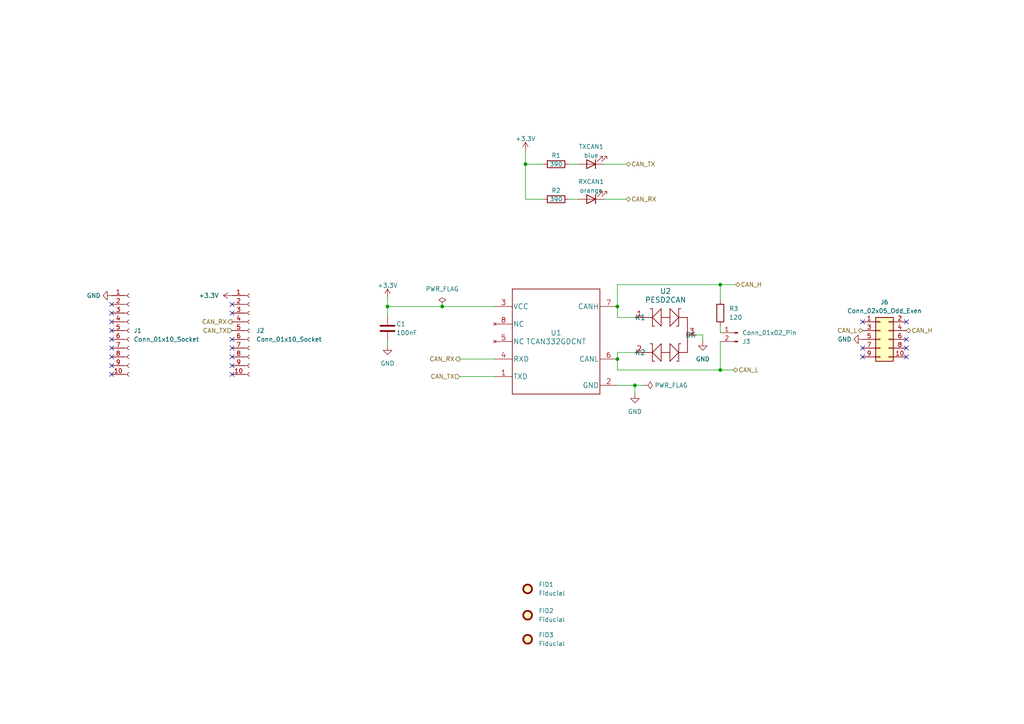
<source format=kicad_sch>
(kicad_sch (version 20230121) (generator eeschema)
  (paper "A4")
  (lib_symbols
    (symbol "Connector:Conn_01x02_Pin" (pin_names (offset 1.016) hide)
      (property "Reference" "J" (at 0 2.54 0))
      (property "Value" "Conn_01x02_Pin" (at 0 -5.08 0))
      (symbol "Conn_01x02_Pin_1_1"
        (polyline (pts (xy 1.27 -2.54) (xy 0.8636 -2.54)) (stroke (width 0.1524)))
        (polyline (pts (xy 1.27 0) (xy 0.8636 0)) (stroke (width 0.1524)))
        (rectangle (start 0.8636 -2.413) (end 0 -2.667) (stroke (width 0.1524)) (fill (type outline)))
        (rectangle (start 0.8636 0.127) (end 0 -0.127) (stroke (width 0.1524)) (fill (type outline)))
        (pin passive line (at 5.08 0 180) (length 3.81) (name "Pin_1") (number "1"))
        (pin passive line (at 5.08 -2.54 180) (length 3.81) (name "Pin_2") (number "2"))
      )
    )
    (symbol "Connector:Conn_01x10_Socket" (pin_names (offset 1.016) hide)
      (property "Reference" "J" (at 0 12.7 0))
      (property "Value" "Conn_01x10_Socket" (at 0 -15.24 0))
      (symbol "Conn_01x10_Socket_1_1"
        (arc (start 0 -12.192) (mid -0.5058 -12.7) (end 0 -13.208) (stroke (width 0.1524)))
        (arc (start 0 -9.652) (mid -0.5058 -10.16) (end 0 -10.668) (stroke (width 0.1524)))
        (arc (start 0 -7.112) (mid -0.5058 -7.62) (end 0 -8.128) (stroke (width 0.1524)))
        (arc (start 0 -4.572) (mid -0.5058 -5.08) (end 0 -5.588) (stroke (width 0.1524)))
        (arc (start 0 -2.032) (mid -0.5058 -2.54) (end 0 -3.048) (stroke (width 0.1524)))
        (polyline (pts (xy -1.27 -12.7) (xy -0.508 -12.7)) (stroke (width 0.1524)))
        (polyline (pts (xy -1.27 -10.16) (xy -0.508 -10.16)) (stroke (width 0.1524)))
        (polyline (pts (xy -1.27 -7.62) (xy -0.508 -7.62)) (stroke (width 0.1524)))
        (polyline (pts (xy -1.27 -5.08) (xy -0.508 -5.08)) (stroke (width 0.1524)))
        (polyline (pts (xy -1.27 -2.54) (xy -0.508 -2.54)) (stroke (width 0.1524)))
        (polyline (pts (xy -1.27 0) (xy -0.508 0)) (stroke (width 0.1524)))
        (polyline (pts (xy -1.27 2.54) (xy -0.508 2.54)) (stroke (width 0.1524)))
        (polyline (pts (xy -1.27 5.08) (xy -0.508 5.08)) (stroke (width 0.1524)))
        (polyline (pts (xy -1.27 7.62) (xy -0.508 7.62)) (stroke (width 0.1524)))
        (polyline (pts (xy -1.27 10.16) (xy -0.508 10.16)) (stroke (width 0.1524)))
        (arc (start 0 0.508) (mid -0.5058 0) (end 0 -0.508) (stroke (width 0.1524)))
        (arc (start 0 3.048) (mid -0.5058 2.54) (end 0 2.032) (stroke (width 0.1524)))
        (arc (start 0 5.588) (mid -0.5058 5.08) (end 0 4.572) (stroke (width 0.1524)))
        (arc (start 0 8.128) (mid -0.5058 7.62) (end 0 7.112) (stroke (width 0.1524)))
        (arc (start 0 10.668) (mid -0.5058 10.16) (end 0 9.652) (stroke (width 0.1524)))
        (pin passive line (at -5.08 10.16 0) (length 3.81) (name "Pin_1") (number "1"))
        (pin passive line (at -5.08 -12.7 0) (length 3.81) (name "Pin_10") (number "10"))
        (pin passive line (at -5.08 7.62 0) (length 3.81) (name "Pin_2") (number "2"))
        (pin passive line (at -5.08 5.08 0) (length 3.81) (name "Pin_3") (number "3"))
        (pin passive line (at -5.08 2.54 0) (length 3.81) (name "Pin_4") (number "4"))
        (pin passive line (at -5.08 0 0) (length 3.81) (name "Pin_5") (number "5"))
        (pin passive line (at -5.08 -2.54 0) (length 3.81) (name "Pin_6") (number "6"))
        (pin passive line (at -5.08 -5.08 0) (length 3.81) (name "Pin_7") (number "7"))
        (pin passive line (at -5.08 -7.62 0) (length 3.81) (name "Pin_8") (number "8"))
        (pin passive line (at -5.08 -10.16 0) (length 3.81) (name "Pin_9") (number "9"))
      )
    )
    (symbol "Connector_Generic:Conn_02x05_Odd_Even" (pin_names (offset 1.016) hide)
      (property "Reference" "J" (at 1.27 7.62 0))
      (property "Value" "Conn_02x05_Odd_Even" (at 1.27 -7.62 0))
      (symbol "Conn_02x05_Odd_Even_1_1"
        (rectangle (start -1.27 -4.953) (end 0 -5.207) (stroke (width 0.1524)))
        (rectangle (start -1.27 -2.413) (end 0 -2.667) (stroke (width 0.1524)))
        (rectangle (start -1.27 0.127) (end 0 -0.127) (stroke (width 0.1524)))
        (rectangle (start -1.27 2.667) (end 0 2.413) (stroke (width 0.1524)))
        (rectangle (start -1.27 5.207) (end 0 4.953) (stroke (width 0.1524)))
        (rectangle (start -1.27 6.35) (end 3.81 -6.35) (stroke (width 0.254)) (fill (type background)))
        (rectangle (start 3.81 -4.953) (end 2.54 -5.207) (stroke (width 0.1524)))
        (rectangle (start 3.81 -2.413) (end 2.54 -2.667) (stroke (width 0.1524)))
        (rectangle (start 3.81 0.127) (end 2.54 -0.127) (stroke (width 0.1524)))
        (rectangle (start 3.81 2.667) (end 2.54 2.413) (stroke (width 0.1524)))
        (rectangle (start 3.81 5.207) (end 2.54 4.953) (stroke (width 0.1524)))
        (pin passive line (at -5.08 5.08 0) (length 3.81) (name "Pin_1") (number "1"))
        (pin passive line (at 7.62 -5.08 180) (length 3.81) (name "Pin_10") (number "10"))
        (pin passive line (at 7.62 5.08 180) (length 3.81) (name "Pin_2") (number "2"))
        (pin passive line (at -5.08 2.54 0) (length 3.81) (name "Pin_3") (number "3"))
        (pin passive line (at 7.62 2.54 180) (length 3.81) (name "Pin_4") (number "4"))
        (pin passive line (at -5.08 0 0) (length 3.81) (name "Pin_5") (number "5"))
        (pin passive line (at 7.62 0 180) (length 3.81) (name "Pin_6") (number "6"))
        (pin passive line (at -5.08 -2.54 0) (length 3.81) (name "Pin_7") (number "7"))
        (pin passive line (at 7.62 -2.54 180) (length 3.81) (name "Pin_8") (number "8"))
        (pin passive line (at -5.08 -5.08 0) (length 3.81) (name "Pin_9") (number "9"))
      )
    )
    (symbol "Device:C" (pin_numbers hide) (pin_names (offset 0.254))
      (property "Reference" "C" (at 0.635 2.54 0))
      (property "Value" "C" (at 0.635 -2.54 0))
      (symbol "C_0_1"
        (polyline (pts (xy -2.032 -0.762) (xy 2.032 -0.762)) (stroke (width 0.508)))
        (polyline (pts (xy -2.032 0.762) (xy 2.032 0.762)) (stroke (width 0.508)))
      )
      (symbol "C_1_1"
        (pin passive line (at 0 3.81 270) (length 2.794) (name "~") (number "1"))
        (pin passive line (at 0 -3.81 90) (length 2.794) (name "~") (number "2"))
      )
    )
    (symbol "Device:LED" (pin_numbers hide) (pin_names (offset 1.016) hide)
      (property "Reference" "D" (at 0 2.54 0))
      (property "Value" "LED" (at 0 -2.54 0))
      (symbol "LED_0_1"
        (polyline (pts (xy -1.27 -1.27) (xy -1.27 1.27)) (stroke (width 0.254)))
        (polyline (pts (xy -1.27 0) (xy 1.27 0)))
        (polyline (pts (xy 1.27 -1.27) (xy 1.27 1.27) (xy -1.27 0) (xy 1.27 -1.27)) (stroke (width 0.254)))
        (polyline (pts (xy -3.048 -0.762) (xy -4.572 -2.286) (xy -3.81 -2.286) (xy -4.572 -2.286) (xy -4.572 -1.524)))
        (polyline (pts (xy -1.778 -0.762) (xy -3.302 -2.286) (xy -2.54 -2.286) (xy -3.302 -2.286) (xy -3.302 -1.524)))
      )
      (symbol "LED_1_1"
        (pin passive line (at -3.81 0 0) (length 2.54) (name "K") (number "1"))
        (pin passive line (at 3.81 0 180) (length 2.54) (name "A") (number "2"))
      )
    )
    (symbol "Device:R" (pin_numbers hide) (pin_names (offset 0))
      (property "Reference" "R" (at 2.032 0 90))
      (property "Value" "R" (at 0 0 90))
      (symbol "R_0_1"
        (rectangle (start -1.016 -2.54) (end 1.016 2.54) (stroke (width 0.254)))
      )
      (symbol "R_1_1"
        (pin passive line (at 0 3.81 270) (length 1.27) (name "~") (number "1"))
        (pin passive line (at 0 -3.81 90) (length 1.27) (name "~") (number "2"))
      )
    )
    (symbol "IC:TCAN332GDCNT" (pin_names (offset 0.254))
      (property "Reference" "U" (at 0 2.54 0))
      (property "Value" "TCAN332GDCNT" (at 0 0 0))
      (symbol "TCAN332GDCNT_1_1"
        (polyline (pts (xy -12.7 -15.24) (xy 12.7 -15.24)) (stroke (width 0.2032)))
        (polyline (pts (xy -12.7 15.24) (xy -12.7 -15.24)) (stroke (width 0.2032)))
        (polyline (pts (xy 12.7 -15.24) (xy 12.7 15.24)) (stroke (width 0.2032)))
        (polyline (pts (xy 12.7 15.24) (xy -12.7 15.24)) (stroke (width 0.2032)))
        (pin input line (at -17.78 -10.16 0) (length 5.08) (name "TXD") (number "1"))
        (pin power_in line (at 17.78 -12.7 180) (length 5.08) (name "GND") (number "2"))
        (pin power_in line (at -17.78 10.16 0) (length 5.08) (name "VCC") (number "3"))
        (pin output line (at -17.78 -5.08 0) (length 5.08) (name "RXD") (number "4"))
        (pin no_connect line (at -17.78 0 0) (length 5.08) (name "NC") (number "5"))
        (pin bidirectional line (at 17.78 -5.08 180) (length 5.08) (name "CANL") (number "6"))
        (pin bidirectional line (at 17.78 10.16 180) (length 5.08) (name "CANH") (number "7"))
        (pin no_connect line (at -17.78 5.08 0) (length 5.08) (name "NC") (number "8"))
      )
    )
    (symbol "Mechanical:Fiducial"
      (property "Reference" "FID" (at 0 5.08 0))
      (property "Value" "Fiducial" (at 0 3.175 0))
      (symbol "Fiducial_0_1"
        (circle (center 0 0) (radius 1.27) (stroke (width 0.508)) (fill (type background)))
      )
    )
    (symbol "Semiconductor:PESD2CAN" (pin_names (offset -2.54))
      (property "Reference" "U" (at 9.525 -14.605 0))
      (property "Value" "PESD2CAN" (at 7.62 -3.81 0))
      (symbol "PESD2CAN_1_1"
        (polyline (pts (xy 2.54 -10.16) (xy 5.08 -10.16)) (stroke (width 0.2032)))
        (polyline (pts (xy 2.54 0) (xy 5.08 0)) (stroke (width 0.2032)))
        (polyline (pts (xy 5.08 -12.7) (xy 5.715 -12.7)) (stroke (width 0.2032)))
        (polyline (pts (xy 5.08 -7.62) (xy 4.445 -7.62)) (stroke (width 0.2032)))
        (polyline (pts (xy 5.08 -7.62) (xy 5.08 -12.7)) (stroke (width 0.2032)))
        (polyline (pts (xy 5.08 -2.54) (xy 5.715 -2.54)) (stroke (width 0.2032)))
        (polyline (pts (xy 5.08 2.54) (xy 4.445 2.54)) (stroke (width 0.2032)))
        (polyline (pts (xy 5.08 2.54) (xy 5.08 -2.54)) (stroke (width 0.2032)))
        (polyline (pts (xy 7.62 -12.7) (xy 5.08 -10.16)) (stroke (width 0.2032)))
        (polyline (pts (xy 7.62 -7.62) (xy 5.08 -10.16)) (stroke (width 0.2032)))
        (polyline (pts (xy 7.62 -7.62) (xy 7.62 -12.7)) (stroke (width 0.2032)))
        (polyline (pts (xy 7.62 -2.54) (xy 5.08 0)) (stroke (width 0.2032)))
        (polyline (pts (xy 7.62 2.54) (xy 5.08 0)) (stroke (width 0.2032)))
        (polyline (pts (xy 7.62 2.54) (xy 7.62 -2.54)) (stroke (width 0.2032)))
        (polyline (pts (xy 10.16 -12.7) (xy 10.16 -7.62)) (stroke (width 0.2032)))
        (polyline (pts (xy 10.16 -12.7) (xy 12.7 -10.16)) (stroke (width 0.2032)))
        (polyline (pts (xy 10.16 -10.16) (xy 7.62 -10.16)) (stroke (width 0.2032)))
        (polyline (pts (xy 10.16 -7.62) (xy 12.7 -10.16)) (stroke (width 0.2032)))
        (polyline (pts (xy 10.16 -2.54) (xy 10.16 2.54)) (stroke (width 0.2032)))
        (polyline (pts (xy 10.16 -2.54) (xy 12.7 0)) (stroke (width 0.2032)))
        (polyline (pts (xy 10.16 0) (xy 7.62 0)) (stroke (width 0.2032)))
        (polyline (pts (xy 10.16 2.54) (xy 12.7 0)) (stroke (width 0.2032)))
        (polyline (pts (xy 12.7 -12.7) (xy 12.065 -12.7)) (stroke (width 0.2032)))
        (polyline (pts (xy 12.7 -12.7) (xy 12.7 -7.62)) (stroke (width 0.2032)))
        (polyline (pts (xy 12.7 -7.62) (xy 13.335 -7.62)) (stroke (width 0.2032)))
        (polyline (pts (xy 12.7 -2.54) (xy 12.065 -2.54)) (stroke (width 0.2032)))
        (polyline (pts (xy 12.7 -2.54) (xy 12.7 2.54)) (stroke (width 0.2032)))
        (polyline (pts (xy 12.7 2.54) (xy 13.335 2.54)) (stroke (width 0.2032)))
        (polyline (pts (xy 15.24 -10.16) (xy 12.7 -10.16)) (stroke (width 0.2032)))
        (polyline (pts (xy 15.24 -10.16) (xy 15.24 0)) (stroke (width 0.2032)))
        (polyline (pts (xy 15.24 0) (xy 12.7 0)) (stroke (width 0.2032)))
        (pin passive line (at 0 0 0) (length 2.54) (name "K1") (number "1"))
        (pin passive line (at 0 -10.16 0) (length 2.54) (name "K2") (number "2"))
        (pin passive line (at 17.78 -5.08 180) (length 2.54) (name "DK") (number "3"))
      )
    )
    (symbol "power:+3.3V" (power) (pin_names (offset 0))
      (property "Value" "+3.3V" (at 0 3.556 0))
      (symbol "+3.3V_0_1"
        (polyline (pts (xy -0.762 1.27) (xy 0 2.54)))
        (polyline (pts (xy 0 0) (xy 0 2.54)))
        (polyline (pts (xy 0 2.54) (xy 0.762 1.27)))
      )
      (symbol "+3.3V_1_1"
        (pin power_in line (at 0 0 90) (length 0) hide (name "+3.3V") (number "1"))
      )
    )
    (symbol "power:GND" (power) (pin_names (offset 0))
      (property "Value" "GND" (at 0 -3.81 0))
      (symbol "GND_0_1"
        (polyline (pts (xy 0 0) (xy 0 -1.27) (xy 1.27 -1.27) (xy 0 -2.54) (xy -1.27 -1.27) (xy 0 -1.27)))
      )
      (symbol "GND_1_1"
        (pin power_in line (at 0 0 270) (length 0) hide (name "GND") (number "1"))
      )
    )
    (symbol "power:PWR_FLAG" (power) (pin_numbers hide) (pin_names (offset 0) hide)
      (property "Value" "PWR_FLAG" (at 0 3.81 0))
      (symbol "PWR_FLAG_0_0"
        (pin power_out line (at 0 0 90) (length 0) (name "pwr") (number "1"))
      )
      (symbol "PWR_FLAG_0_1"
        (polyline (pts (xy 0 0) (xy 0 1.27) (xy -1.016 1.905) (xy 0 2.54) (xy 1.016 1.905) (xy 0 1.27)))
      )
    )
  )
  (junction (at 184.15 111.76))
  (junction (at 152.4 47.625))
  (junction (at 208.915 82.55))
  (junction (at 112.395 88.9))
  (junction (at 208.915 107.315))
  (junction (at 179.07 88.9))
  (junction (at 128.27 88.9))
  (junction (at 179.07 104.14))
  (no_connect (at 250.19 100.965))
  (no_connect (at 67.31 88.265))
  (no_connect (at 262.89 98.425))
  (no_connect (at 262.89 100.965))
  (no_connect (at 67.31 100.965))
  (no_connect (at 32.385 88.265))
  (no_connect (at 32.385 90.805))
  (no_connect (at 250.19 93.345))
  (no_connect (at 32.385 98.425))
  (no_connect (at 67.31 108.585))
  (no_connect (at 32.385 108.585))
  (no_connect (at 32.385 100.965))
  (no_connect (at 67.31 98.425))
  (no_connect (at 250.19 103.505))
  (no_connect (at 67.31 106.045))
  (no_connect (at 32.385 93.345))
  (no_connect (at 32.385 103.505))
  (no_connect (at 262.89 93.345))
  (no_connect (at 67.31 103.505))
  (no_connect (at 32.385 106.045))
  (no_connect (at 67.31 90.805))
  (no_connect (at 262.89 103.505))
  (no_connect (at 32.385 95.885))
  (wire (pts (xy 186.69 111.76) (xy 184.15 111.76)))
  (wire (pts (xy 175.26 57.785) (xy 181.61 57.785)))
  (wire (pts (xy 112.395 86.36) (xy 112.395 88.9)))
  (wire (pts (xy 203.835 97.155) (xy 203.835 99.06)))
  (wire (pts (xy 165.1 57.785) (xy 167.64 57.785)))
  (wire (pts (xy 208.915 94.615) (xy 208.915 96.52)))
  (wire (pts (xy 179.07 82.55) (xy 179.07 88.9)))
  (wire (pts (xy 179.07 102.235) (xy 179.07 104.14)))
  (wire (pts (xy 179.07 92.075) (xy 179.07 88.9)))
  (wire (pts (xy 208.915 99.06) (xy 208.915 107.315)))
  (wire (pts (xy 208.915 107.315) (xy 212.725 107.315)))
  (wire (pts (xy 179.07 107.315) (xy 179.07 104.14)))
  (wire (pts (xy 133.35 104.14) (xy 143.51 104.14)))
  (wire (pts (xy 184.15 111.76) (xy 184.15 114.3)))
  (wire (pts (xy 152.4 47.625) (xy 157.48 47.625)))
  (wire (pts (xy 179.07 82.55) (xy 208.915 82.55)))
  (wire (pts (xy 112.395 88.9) (xy 128.27 88.9)))
  (wire (pts (xy 157.48 57.785) (xy 152.4 57.785)))
  (wire (pts (xy 152.4 57.785) (xy 152.4 47.625)))
  (wire (pts (xy 208.915 82.55) (xy 208.915 86.995)))
  (wire (pts (xy 208.915 82.55) (xy 213.36 82.55)))
  (wire (pts (xy 175.26 47.625) (xy 181.61 47.625)))
  (wire (pts (xy 179.07 107.315) (xy 208.915 107.315)))
  (wire (pts (xy 165.1 47.625) (xy 167.64 47.625)))
  (wire (pts (xy 184.15 102.235) (xy 179.07 102.235)))
  (wire (pts (xy 112.395 88.9) (xy 112.395 91.44)))
  (wire (pts (xy 179.07 111.76) (xy 184.15 111.76)))
  (wire (pts (xy 152.4 43.815) (xy 152.4 47.625)))
  (wire (pts (xy 112.395 99.06) (xy 112.395 100.33)))
  (wire (pts (xy 201.93 97.155) (xy 203.835 97.155)))
  (wire (pts (xy 133.35 109.22) (xy 143.51 109.22)))
  (wire (pts (xy 184.15 92.075) (xy 179.07 92.075)))
  (wire (pts (xy 128.27 88.9) (xy 143.51 88.9)))
  (hierarchical_label "CAN_RX" (shape output) (at 67.31 93.345 180))
  (hierarchical_label "CAN_TX" (shape bidirectional) (at 181.61 47.625 0))
  (hierarchical_label "CAN_RX" (shape bidirectional) (at 181.61 57.785 0))
  (hierarchical_label "CAN_TX" (shape input) (at 133.35 109.22 180))
  (hierarchical_label "CAN_TX" (shape input) (at 67.31 95.885 180))
  (hierarchical_label "CAN_H" (shape bidirectional) (at 213.36 82.55 0))
  (hierarchical_label "CAN_L" (shape bidirectional) (at 212.725 107.315 0))
  (hierarchical_label "CAN_RX" (shape output) (at 133.35 104.14 180))
  (hierarchical_label "CAN_H" (shape bidirectional) (at 262.89 95.885 0))
  (hierarchical_label "CAN_L" (shape bidirectional) (at 250.19 95.885 180))
  (symbol (lib_id "power:+3.3V") (at 152.4 43.815 0) (unit 1)
    (property "Reference" "#PWR04" (effects hide))
    (property "Value" "+3.3V" (at 152.4 40.259 0))
  )
  (symbol (lib_id "Mechanical:Fiducial") (at 153.035 185.42 0) (unit 1)
    (property "Reference" "FID3" (at 156.21 184.15 0) (effects (justify left)))
    (property "Value" "Fiducial" (at 156.21 186.69 0) (effects (justify left)))
    (property "Footprint" "Misc:Fiducial" (effects hide))
  )
  (symbol (lib_id "power:GND") (at 250.19 98.425 270) (unit 1)
    (property "Reference" "#PWR07" (effects hide))
    (property "Value" "GND" (at 247.015 98.425 90) (effects (justify right)))
  )
  (symbol (lib_id "power:+3.3V") (at 67.31 85.725 90) (unit 1)
    (property "Reference" "#PWR09" (effects hide))
    (property "Value" "+3.3V" (at 63.5 85.725 90) (effects (justify left)))
  )
  (symbol (lib_id "Device:LED") (at 171.45 57.785 180) (unit 1)
    (property "Reference" "RXCAN1" (at 171.45 52.705 0))
    (property "Value" "orange" (at 171.45 55.245 0))
    (property "Footprint" "LED_SMD:LED_0603_1608Metric" (effects hide))
  )
  (symbol (lib_id "power:PWR_FLAG") (at 186.69 111.76 270) (unit 1)
    (property "Reference" "#FLG02" (effects hide))
    (property "Value" "PWR_FLAG" (at 189.865 111.76 90) (effects (justify left)))
  )
  (symbol (lib_id "power:+3.3V") (at 112.395 86.36 0) (unit 1)
    (property "Reference" "#PWR01" (effects hide))
    (property "Value" "+3.3V" (at 112.395 82.804 0))
  )
  (symbol (lib_id "Connector:Conn_01x10_Socket") (at 37.465 95.885 0) (unit 1)
    (property "Reference" "J1" (at 38.735 95.885 0) (effects (justify left)))
    (property "Value" "Conn_01x10_Socket" (at 38.735 98.425 0) (effects (justify left)))
    (property "Footprint" "Connector_PinSocket_2.54mm:PinSocket_1x10_P2.54mm_Vertical" (effects hide))
  )
  (symbol (lib_id "Semiconductor:PESD2CAN") (at 184.15 92.075 0) (unit 1)
    (property "Reference" "U2" (at 193.04 84.455 0) (effects (font (size 1.524 1.524))))
    (property "Value" "PESD2CAN" (at 193.04 86.995 0) (effects (font (size 1.524 1.524))))
    (property "Footprint" "Semiconductor:PESD2CAN" (effects hide))
  )
  (symbol (lib_id "power:GND") (at 184.15 114.3 0) (unit 1)
    (property "Reference" "#PWR03" (effects hide))
    (property "Value" "GND" (at 184.15 119.38 0))
  )
  (symbol (lib_id "Device:R") (at 161.29 47.625 90) (unit 1)
    (property "Reference" "R1" (at 161.29 45.085 90))
    (property "Value" "390" (at 161.29 47.625 90))
    (property "Footprint" "Resistor_SMD:R_0603_1608Metric" (effects hide))
  )
  (symbol (lib_id "Mechanical:Fiducial") (at 153.035 178.435 0) (unit 1)
    (property "Reference" "FID2" (at 156.21 177.165 0) (effects (justify left)))
    (property "Value" "Fiducial" (at 156.21 179.705 0) (effects (justify left)))
    (property "Footprint" "Misc:Fiducial" (effects hide))
  )
  (symbol (lib_id "Device:LED") (at 171.45 47.625 180) (unit 1)
    (property "Reference" "TXCAN1" (at 171.45 42.545 0))
    (property "Value" "blue" (at 171.45 45.085 0))
    (property "Footprint" "LED_SMD:LED_0603_1608Metric" (effects hide))
  )
  (symbol (lib_id "Connector:Conn_01x02_Pin") (at 213.995 96.52 0) (mirror y) (unit 1)
    (property "Reference" "J3" (at 215.265 99.06 0) (effects (justify right)))
    (property "Value" "Conn_01x02_Pin" (at 215.265 96.52 0) (effects (justify right)))
    (property "Footprint" "Connector_PinHeader_2.54mm:PinHeader_1x02_P2.54mm_Vertical" (effects hide))
  )
  (symbol (lib_id "Device:R") (at 161.29 57.785 90) (unit 1)
    (property "Reference" "R2" (at 161.29 55.245 90))
    (property "Value" "390" (at 161.29 57.785 90))
    (property "Footprint" "Resistor_SMD:R_0603_1608Metric" (effects hide))
  )
  (symbol (lib_id "power:GND") (at 112.395 100.33 0) (unit 1)
    (property "Reference" "#PWR02" (effects hide))
    (property "Value" "GND" (at 112.395 105.41 0))
  )
  (symbol (lib_id "power:PWR_FLAG") (at 128.27 88.9 0) (unit 1)
    (property "Reference" "#FLG01" (effects hide))
    (property "Value" "PWR_FLAG" (at 128.27 83.82 0))
  )
  (symbol (lib_id "power:GND") (at 203.835 99.06 0) (unit 1)
    (property "Reference" "#PWR05" (effects hide))
    (property "Value" "GND" (at 203.835 104.14 0))
  )
  (symbol (lib_id "Mechanical:Fiducial") (at 153.035 170.815 0) (unit 1)
    (property "Reference" "FID1" (at 156.21 169.545 0) (effects (justify left)))
    (property "Value" "Fiducial" (at 156.21 172.085 0) (effects (justify left)))
    (property "Footprint" "Misc:Fiducial" (effects hide))
  )
  (symbol (lib_id "Connector_Generic:Conn_02x05_Odd_Even") (at 255.27 98.425 0) (unit 1)
    (property "Reference" "J6" (at 256.54 87.63 0))
    (property "Value" "Conn_02x05_Odd_Even" (at 256.54 90.17 0))
    (property "Footprint" "Connector_IDC:IDC-Header_2x05_P2.54mm_Horizontal" (effects hide))
  )
  (symbol (lib_id "power:GND") (at 32.385 85.725 270) (unit 1)
    (property "Reference" "#PWR08" (effects hide))
    (property "Value" "GND" (at 29.21 85.725 90) (effects (justify right)))
  )
  (symbol (lib_id "Connector:Conn_01x10_Socket") (at 72.39 95.885 0) (unit 1)
    (property "Reference" "J2" (at 74.295 95.885 0) (effects (justify left)))
    (property "Value" "Conn_01x10_Socket" (at 74.295 98.425 0) (effects (justify left)))
    (property "Footprint" "Connector_PinSocket_2.54mm:PinSocket_1x10_P2.54mm_Vertical" (effects hide))
  )
  (symbol (lib_id "Device:R") (at 208.915 90.805 0) (unit 1)
    (property "Reference" "R3" (at 211.455 89.5349 0) (effects (justify left)))
    (property "Value" "120" (at 211.455 92.0749 0) (effects (justify left)))
    (property "Footprint" "Resistor_SMD:R_0603_1608Metric" (effects hide))
  )
  (symbol (lib_id "Device:C") (at 112.395 95.25 0) (unit 1)
    (property "Reference" "C1" (at 114.935 93.9862 0) (effects (justify left)))
    (property "Value" "100nF" (at 114.935 96.5262 0) (effects (justify left)))
    (property "Footprint" "Capacitor_SMD:C_0603_1608Metric" (effects hide))
  )
  (symbol (lib_id "IC:TCAN332GDCNT") (at 161.29 99.06 0) (unit 1)
    (property "Reference" "U1" (at 161.29 96.52 0) (effects (font (size 1.524 1.524))))
    (property "Value" "TCAN332GDCNT" (at 161.29 99.06 0) (effects (font (size 1.524 1.524))))
    (property "Footprint" "IC:TCAN332GDCNT" (effects hide))
  )
)
</source>
